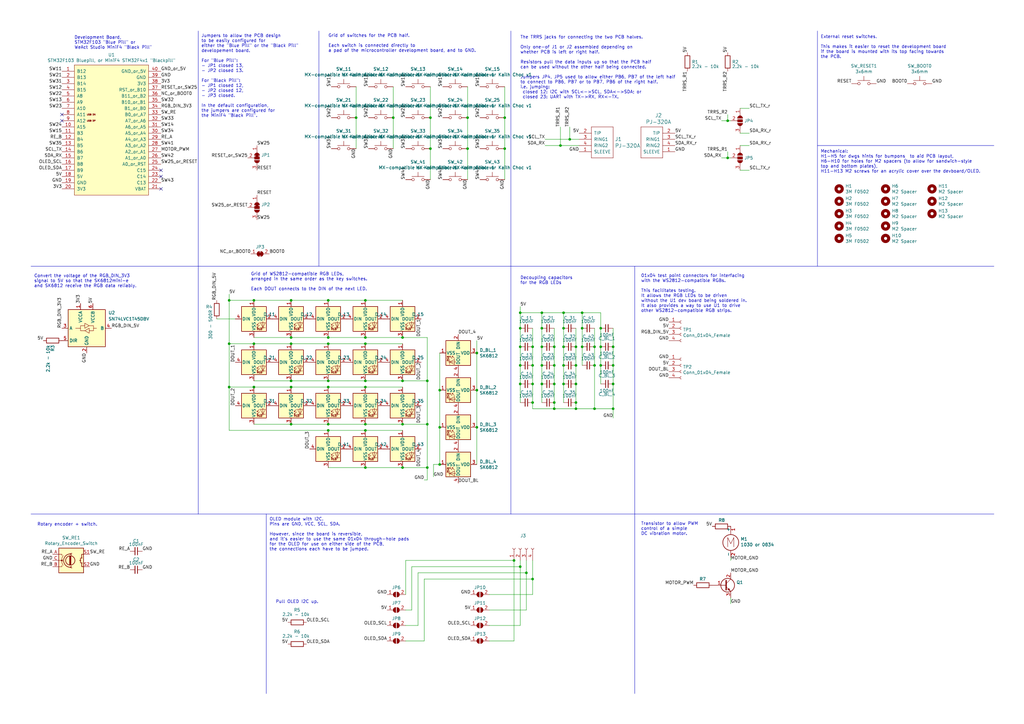
<source format=kicad_sch>
(kicad_sch (version 20250114) (generator "eeschema") (generator_version "9.0")
  (paper "A3")
  (title_block (title "Reversible Split Keyboard Half") (date "2021-05-21") (rev "2021.5") (company "Richard Goulter") (comment 1 "SK6812mini-e used for per-key RGBs. SK6812 for underglow.") (comment 2 "TRRS Jacks connected to UART or I2C.") (comment 3 "Switch \"matrix\" is a collection of switches, each directly connected to the controller.") (comment 4 "Split keyboard half for the WeAct Studio MiniF4 dev board."))
  (text "Rotary encoder + switch." (at 15.24 215.9 0) (effects (font (size 1.27 1.27)) (justify left bottom)))
  (text "Convert the voltage of the RGB_DIN_3V3\nsignal to 5V so that the SK6812mini-e\nand SK6812 receive the RGB data reliably." (at 13.97 118.11 0) (effects (font (size 1.27 1.27)) (justify left bottom)))
  (text "Grid of switches for the PCB half.\n\nEach switch is connected directly to\na pad of the microcontroller development board, and to GND." (at 134.62 21.59 0) (effects (font (size 1.27 1.27)) (justify left bottom)))
  (text "The TRRS jacks for connecting the two PCB halves.\n\nOnly one-of J1 or J2 assembled depending on\nwhether PCB is left or right half.\n\nResistors pull the data inputs up so that the PCB half\ncan be used without the other half being connected.\n\nJumpers JP4, JP5 used to allow either PB6, PB7 of the left half\nto connect to PB6, PB7 or to PB7, PB6 of the right half.\ni.e. jumping:\n closed 12: I2C with SCL<->SCL, SDA<->SDA; or\n closed 23: UART with TX->RX, RX<-TX." (at 213.36 40.64 0) (effects (font (size 1.27 1.27)) (justify left bottom)))
  (text "Decoupling capacitors\nfor the RGB LEDs" (at 213.36 116.84 0) (effects (font (size 1.27 1.27)) (justify left bottom)))
  (text "01x04 test point connectors for interfacing\nwith the WS2812-compatible RGBs.\n\nThis facilitates testing.\nIt allows the RGB LEDs to be driven\nwithout the U1 dev board being soldered in.\nIt also provides a way to use U1 to drive\nother WS2812-compatible RGB strips." (at 262.89 128.27 0) (effects (font (size 1.27 1.27)) (justify left bottom)))
  (text "Jumpers to allow the PCB design\nto be easily configured for\neither the \"Blue Pill\" or the \"Black Pill\"\ndevelopement board.\n\nFor \"Blue Pill\":\n- JP1 closed 13,\n- JP2 closed 13.\n\nFor \"Black Pill\":\n- JP1 closed 12,\n- JP2 closed 12,\n- JP3 closed.\n\nIn the default configuration,\nthe jumpers are configured for\nthe MiniF4 \"Black Pill\"." (at 82.55 48.26 0) (effects (font (size 1.27 1.27)) (justify left bottom)))
  (text "Grid of WS2812-compatible RGB LEDs,\narranged in the same order as the key switches.\n\nEach DOUT connects to the DIN of the next LED." (at 102.87 119.38 0) (effects (font (size 1.27 1.27)) (justify left bottom)))
  (text "Development Board,\nSTM32F103 \"Blue Pill\" or\nWeAct Studio MiniF4 \"Black Pill\"" (at 30.48 20.32 0) (effects (font (size 1.27 1.27)) (justify left bottom)))
  (text "Mechanical:\nH1-H5 for dwgs hints for bumpons  to aid PCB layout,\nH6-H10 for holes for M2 spacers (to allow for sandwich-style\ntop and bottom plates),\nH11-H13 M2 screws for an acrylic cover over the devboard/OLED." (at 336.55 71.12 0) (effects (font (size 1.27 1.27)) (justify left bottom)))
  (text "Transistor to allow PWM\ncontrol of a simple\nDC vibration motor." (at 262.89 219.71 0) (effects (font (size 1.27 1.27)) (justify left bottom)))
  (text "Pull OLED I2C up." (at 113.03 247.65 0) (effects (font (size 1.27 1.27)) (justify left bottom)))
  (text "OLED module with I2C.\nPins are GND, VCC, SCL, SDA.\n\nHowever, since the board is reversible,\nand it’s easier to use the same 01x04 through-hole pads\nfor the OLED for use on either side of the PCB,\nthe connections each have to be jumped." (at 110.49 226.06 0) (effects (font (size 1.27 1.27)) (justify left bottom)))
  (text "External reset switches.\n\nThis makes it easier to reset the development board\nif the board is mounted with its top facing towards\nthe PCB." (at 336.55 24.13 0) (effects (font (size 1.27 1.27)) (justify left bottom)))
  (junction (at 191.77 48.26))
  (junction (at 149.86 158.75))
  (junction (at 134.62 158.75))
  (junction (at 243.84 149.86))
  (junction (at 213.36 157.48))
  (junction (at 134.62 138.43))
  (junction (at 213.36 142.24))
  (junction (at 213.36 149.86))
  (junction (at 238.76 142.24))
  (junction (at 231.14 149.86))
  (junction (at 213.36 134.62))
  (junction (at 165.1 191.77))
  (junction (at 175.26 173.99))
  (junction (at 218.44 157.48))
  (junction (at 229.87 59.69))
  (junction (at 93.98 158.75))
  (junction (at 176.53 48.26))
  (junction (at 176.53 60.96))
  (junction (at 146.05 48.26))
  (junction (at 236.22 142.24))
  (junction (at 149.86 156.21))
  (junction (at 215.9 234.95))
  (junction (at 134.62 156.21))
  (junction (at 119.38 123.19))
  (junction (at 165.1 173.99))
  (junction (at 207.01 60.96))
  (junction (at 165.1 156.21))
  (junction (at 195.58 144.78))
  (junction (at 149.86 176.53))
  (junction (at 246.38 142.24))
  (junction (at 207.01 48.26))
  (junction (at 210.82 229.87))
  (junction (at 238.76 134.62))
  (junction (at 251.46 167.64))
  (junction (at 175.26 156.21))
  (junction (at 227.33 165.1))
  (junction (at 243.84 167.64))
  (junction (at 119.38 173.99))
  (junction (at 134.62 173.99))
  (junction (at 231.14 128.27))
  (junction (at 195.58 160.02))
  (junction (at 251.46 157.48))
  (junction (at 93.98 140.97))
  (junction (at 149.86 140.97))
  (junction (at 231.14 134.62))
  (junction (at 233.68 57.15))
  (junction (at 149.86 173.99))
  (junction (at 191.77 60.96))
  (junction (at 218.44 149.86))
  (junction (at 236.22 165.1))
  (junction (at 180.34 160.02))
  (junction (at 134.62 123.19))
  (junction (at 134.62 140.97))
  (junction (at 149.86 123.19))
  (junction (at 104.14 123.19))
  (junction (at 149.86 138.43))
  (junction (at 218.44 165.1))
  (junction (at 149.86 191.77))
  (junction (at 119.38 138.43))
  (junction (at 227.33 167.64))
  (junction (at 222.25 128.27))
  (junction (at 165.1 138.43))
  (junction (at 222.25 149.86))
  (junction (at 218.44 142.24))
  (junction (at 298.45 49.53))
  (junction (at 251.46 142.24))
  (junction (at 238.76 128.27))
  (junction (at 227.33 157.48))
  (junction (at 227.33 142.24))
  (junction (at 180.34 190.5))
  (junction (at 213.36 128.27))
  (junction (at 251.46 149.86))
  (junction (at 298.45 64.77))
  (junction (at 104.14 158.75))
  (junction (at 231.14 142.24))
  (junction (at 119.38 156.21))
  (junction (at 246.38 134.62))
  (junction (at 222.25 142.24))
  (junction (at 236.22 167.64))
  (junction (at 231.14 157.48))
  (junction (at 180.34 175.26))
  (junction (at 119.38 158.75))
  (junction (at 243.84 142.24))
  (junction (at 246.38 149.86))
  (junction (at 236.22 149.86))
  (junction (at 175.26 191.77))
  (junction (at 119.38 140.97))
  (junction (at 161.29 48.26))
  (junction (at 134.62 176.53))
  (junction (at 104.14 140.97))
  (junction (at 218.44 237.49))
  (junction (at 236.22 157.48))
  (junction (at 227.33 149.86))
  (junction (at 93.98 123.19))
  (junction (at 222.25 134.62))
  (junction (at 195.58 175.26))
  (junction (at 213.36 232.41))
  (junction (at 222.25 157.48))
  (no_connect (at 66.04 77.47))
  (no_connect (at 25.4 46.99))
  (no_connect (at 66.04 72.39))
  (no_connect (at 25.4 49.53))
  (no_connect (at 66.04 69.85))
  (wire (pts (xy 236.22 142.24) (xy 236.22 149.86)))
  (wire (pts (xy 246.38 134.62) (xy 246.38 128.27)))
  (wire (pts (xy 134.62 123.19) (xy 119.38 123.19)))
  (wire (pts (xy 149.86 176.53) (xy 134.62 176.53)))
  (wire (pts (xy 231.14 149.86) (xy 231.14 142.24)))
  (wire (pts (xy 233.68 57.15) (xy 233.68 52.07)))
  (wire (pts (xy 227.33 157.48) (xy 227.33 165.1)))
  (wire (pts (xy 227.33 149.86) (xy 227.33 157.48)))
  (wire (pts (xy 218.44 167.64) (xy 227.33 167.64)))
  (wire (pts (xy 175.26 138.43) (xy 175.26 156.21)))
  (wire (pts (xy 251.46 142.24) (xy 251.46 149.86)))
  (wire (pts (xy 165.1 176.53) (xy 149.86 176.53)))
  (polyline (pts (xy 407.67 59.69) (xy 335.28 59.69)))
  (wire (pts (xy 231.14 165.1) (xy 231.14 157.48)))
  (wire (pts (xy 231.14 128.27) (xy 222.25 128.27)))
  (wire (pts (xy 238.76 149.86) (xy 238.76 142.24)))
  (wire (pts (xy 175.26 173.99) (xy 175.26 191.77)))
  (wire (pts (xy 227.33 142.24) (xy 227.33 149.86)))
  (wire (pts (xy 88.9 130.81) (xy 96.52 130.81)))
  (wire (pts (xy 233.68 57.15) (xy 237.49 57.15)))
  (wire (pts (xy 243.84 142.24) (xy 243.84 149.86)))
  (wire (pts (xy 134.62 158.75) (xy 149.86 158.75)))
  (wire (pts (xy 173.99 262.89) (xy 166.37 262.89)))
  (wire (pts (xy 299.72 245.11) (xy 299.72 247.65)))
  (wire (pts (xy 165.1 191.77) (xy 175.26 191.77)))
  (wire (pts (xy 215.9 229.87) (xy 215.9 234.95)))
  (wire (pts (xy 173.99 237.49) (xy 173.99 262.89)))
  (wire (pts (xy 119.38 123.19) (xy 104.14 123.19)))
  (wire (pts (xy 161.29 60.96) (xy 161.29 48.26)))
  (wire (pts (xy 298.45 64.77) (xy 295.91 64.77)))
  (wire (pts (xy 213.36 125.73) (xy 213.36 128.27)))
  (wire (pts (xy 195.58 139.7) (xy 195.58 144.78)))
  (wire (pts (xy 236.22 157.48) (xy 236.22 165.1)))
  (wire (pts (xy 104.14 138.43) (xy 119.38 138.43)))
  (wire (pts (xy 246.38 128.27) (xy 238.76 128.27)))
  (wire (pts (xy 176.53 35.56) (xy 176.53 48.26)))
  (wire (pts (xy 222.25 165.1) (xy 222.25 157.48)))
  (wire (pts (xy 218.44 229.87) (xy 218.44 237.49)))
  (wire (pts (xy 175.26 191.77) (xy 175.26 196.85)))
  (wire (pts (xy 218.44 134.62) (xy 218.44 142.24)))
  (wire (pts (xy 213.36 165.1) (xy 213.36 157.48)))
  (wire (pts (xy 251.46 167.64) (xy 251.46 157.48)))
  (polyline (pts (xy 130.81 109.22) (xy 130.81 12.7)))
  (wire (pts (xy 134.62 173.99) (xy 119.38 173.99)))
  (wire (pts (xy 165.1 140.97) (xy 149.86 140.97)))
  (wire (pts (xy 171.45 234.95) (xy 171.45 256.54)))
  (wire (pts (xy 243.84 134.62) (xy 243.84 142.24)))
  (wire (pts (xy 195.58 144.78) (xy 195.58 160.02)))
  (wire (pts (xy 191.77 73.66) (xy 191.77 60.96)))
  (wire (pts (xy 180.34 175.26) (xy 180.34 190.5)))
  (wire (pts (xy 166.37 229.87) (xy 166.37 243.84)))
  (wire (pts (xy 231.14 134.62) (xy 231.14 128.27)))
  (wire (pts (xy 134.62 140.97) (xy 119.38 140.97)))
  (wire (pts (xy 213.36 157.48) (xy 213.36 149.86)))
  (wire (pts (xy 238.76 134.62) (xy 238.76 128.27)))
  (wire (pts (xy 236.22 134.62) (xy 236.22 142.24)))
  (wire (pts (xy 175.26 156.21) (xy 175.26 173.99)))
  (wire (pts (xy 222.25 142.24) (xy 222.25 134.62)))
  (wire (pts (xy 146.05 60.96) (xy 146.05 48.26)))
  (wire (pts (xy 238.76 142.24) (xy 238.76 134.62)))
  (wire (pts (xy 222.25 128.27) (xy 213.36 128.27)))
  (wire (pts (xy 229.87 59.69) (xy 229.87 52.07)))
  (wire (pts (xy 213.36 128.27) (xy 213.36 134.62)))
  (wire (pts (xy 180.34 144.78) (xy 180.34 160.02)))
  (wire (pts (xy 210.82 229.87) (xy 210.82 262.89)))
  (wire (pts (xy 161.29 48.26) (xy 161.29 35.56)))
  (wire (pts (xy 177.8 190.5) (xy 177.8 195.58)))
  (wire (pts (xy 149.86 173.99) (xy 165.1 173.99)))
  (wire (pts (xy 134.62 191.77) (xy 149.86 191.77)))
  (wire (pts (xy 149.86 138.43) (xy 165.1 138.43)))
  (wire (pts (xy 180.34 190.5) (xy 177.8 190.5)))
  (wire (pts (xy 195.58 175.26) (xy 195.58 190.5)))
  (wire (pts (xy 149.86 156.21) (xy 165.1 156.21)))
  (wire (pts (xy 119.38 140.97) (xy 104.14 140.97)))
  (wire (pts (xy 229.87 59.69) (xy 237.49 59.69)))
  (wire (pts (xy 303.53 59.69) (xy 307.34 59.69)))
  (wire (pts (xy 227.33 165.1) (xy 227.33 167.64)))
  (wire (pts (xy 215.9 250.19) (xy 200.66 250.19)))
  (wire (pts (xy 171.45 256.54) (xy 166.37 256.54)))
  (wire (pts (xy 303.53 69.85) (xy 307.34 69.85)))
  (wire (pts (xy 236.22 165.1) (xy 236.22 167.64)))
  (wire (pts (xy 104.14 158.75) (xy 93.98 158.75)))
  (wire (pts (xy 191.77 48.26) (xy 191.77 35.56)))
  (polyline (pts (xy 81.28 12.7) (xy 81.28 210.82)))
  (wire (pts (xy 298.45 49.53) (xy 295.91 49.53)))
  (wire (pts (xy 175.26 196.85) (xy 173.99 196.85)))
  (wire (pts (xy 246.38 157.48) (xy 246.38 149.86)))
  (wire (pts (xy 218.44 165.1) (xy 218.44 167.64)))
  (wire (pts (xy 218.44 157.48) (xy 218.44 165.1)))
  (polyline (pts (xy 12.7 210.82) (xy 407.67 210.82)))
  (wire (pts (xy 231.14 157.48) (xy 231.14 149.86)))
  (wire (pts (xy 299.72 64.77) (xy 298.45 64.77)))
  (wire (pts (xy 175.26 173.99) (xy 165.1 173.99)))
  (wire (pts (xy 222.25 149.86) (xy 222.25 142.24)))
  (wire (pts (xy 168.91 250.19) (xy 166.37 250.19)))
  (wire (pts (xy 104.14 173.99) (xy 119.38 173.99)))
  (wire (pts (xy 213.36 142.24) (xy 213.36 134.62)))
  (wire (pts (xy 213.36 232.41) (xy 168.91 232.41)))
  (wire (pts (xy 149.86 140.97) (xy 134.62 140.97)))
  (wire (pts (xy 93.98 176.53) (xy 93.98 158.75)))
  (wire (pts (xy 246.38 149.86) (xy 246.38 142.24)))
  (wire (pts (xy 227.33 134.62) (xy 227.33 142.24)))
  (wire (pts (xy 134.62 176.53) (xy 93.98 176.53)))
  (wire (pts (xy 238.76 128.27) (xy 231.14 128.27)))
  (wire (pts (xy 93.98 120.65) (xy 93.98 123.19)))
  (wire (pts (xy 215.9 234.95) (xy 171.45 234.95)))
  (wire (pts (xy 119.38 138.43) (xy 134.62 138.43)))
  (wire (pts (xy 119.38 156.21) (xy 134.62 156.21)))
  (wire (pts (xy 231.14 142.24) (xy 231.14 134.62)))
  (wire (pts (xy 146.05 35.56) (xy 146.05 48.26)))
  (wire (pts (xy 207.01 60.96) (xy 207.01 73.66)))
  (wire (pts (xy 210.82 262.89) (xy 200.66 262.89)))
  (wire (pts (xy 213.36 229.87) (xy 213.36 232.41)))
  (wire (pts (xy 195.58 160.02) (xy 195.58 175.26)))
  (wire (pts (xy 251.46 134.62) (xy 251.46 142.24)))
  (wire (pts (xy 210.82 229.87) (xy 166.37 229.87)))
  (wire (pts (xy 299.72 49.53) (xy 298.45 49.53)))
  (wire (pts (xy 93.98 140.97) (xy 93.98 123.19)))
  (wire (pts (xy 213.36 149.86) (xy 213.36 142.24)))
  (wire (pts (xy 168.91 232.41) (xy 168.91 250.19)))
  (wire (pts (xy 207.01 35.56) (xy 207.01 48.26)))
  (wire (pts (xy 222.25 134.62) (xy 222.25 128.27)))
  (wire (pts (xy 299.72 228.6) (xy 299.72 229.87)))
  (wire (pts (xy 165.1 138.43) (xy 175.26 138.43)))
  (wire (pts (xy 104.14 156.21) (xy 119.38 156.21)))
  (wire (pts (xy 236.22 167.64) (xy 243.84 167.64)))
  (wire (pts (xy 119.38 158.75) (xy 104.14 158.75)))
  (wire (pts (xy 298.45 46.99) (xy 298.45 49.53)))
  (wire (pts (xy 303.53 44.45) (xy 307.34 44.45)))
  (wire (pts (xy 223.52 59.69) (xy 229.87 59.69)))
  (wire (pts (xy 134.62 138.43) (xy 149.86 138.43)))
  (wire (pts (xy 176.53 60.96) (xy 176.53 48.26)))
  (wire (pts (xy 93.98 140.97) (xy 104.14 140.97)))
  (wire (pts (xy 176.53 60.96) (xy 176.53 73.66)))
  (polyline (pts (xy 109.22 284.48) (xy 109.22 210.82)))
  (polyline (pts (xy 209.55 12.7) (xy 209.55 210.82)))
  (wire (pts (xy 227.33 167.64) (xy 236.22 167.64)))
  (wire (pts (xy 165.1 158.75) (xy 149.86 158.75)))
  (wire (pts (xy 191.77 60.96) (xy 191.77 48.26)))
  (wire (pts (xy 298.45 62.23) (xy 298.45 64.77)))
  (wire (pts (xy 236.22 149.86) (xy 236.22 157.48)))
  (wire (pts (xy 180.34 160.02) (xy 180.34 175.26)))
  (wire (pts (xy 251.46 167.64) (xy 251.46 171.45)))
  (wire (pts (xy 251.46 149.86) (xy 251.46 157.48)))
  (wire (pts (xy 93.98 140.97) (xy 93.98 158.75)))
  (wire (pts (xy 134.62 173.99) (xy 149.86 173.99)))
  (polyline (pts (xy 260.35 109.22) (xy 260.35 284.48)))
  (wire (pts (xy 215.9 234.95) (xy 215.9 250.19)))
  (wire (pts (xy 213.36 256.54) (xy 200.66 256.54)))
  (wire (pts (xy 223.52 57.15) (xy 233.68 57.15)))
  (wire (pts (xy 149.86 191.77) (xy 165.1 191.77)))
  (wire (pts (xy 303.53 54.61) (xy 307.34 54.61)))
  (wire (pts (xy 165.1 123.19) (xy 149.86 123.19)))
  (wire (pts (xy 218.44 237.49) (xy 218.44 243.84)))
  (wire (pts (xy 134.62 156.21) (xy 149.86 156.21)))
  (polyline (pts (xy 335.28 109.22) (xy 335.28 12.7)))
  (wire (pts (xy 218.44 149.86) (xy 218.44 157.48)))
  (wire (pts (xy 243.84 149.86) (xy 243.84 167.64)))
  (wire (pts (xy 134.62 123.19) (xy 149.86 123.19)))
  (wire (pts (xy 165.1 156.21) (xy 175.26 156.21)))
  (wire (pts (xy 246.38 142.24) (xy 246.38 134.62)))
  (wire (pts (xy 213.36 232.41) (xy 213.36 256.54)))
  (wire (pts (xy 243.84 167.64) (xy 251.46 167.64)))
  (wire (pts (xy 218.44 243.84) (xy 200.66 243.84)))
  (wire (pts (xy 218.44 237.49) (xy 173.99 237.49)))
  (wire (pts (xy 134.62 158.75) (xy 119.38 158.75)))
  (wire (pts (xy 93.98 123.19) (xy 104.14 123.19)))
  (polyline (pts (xy 12.7 109.22) (xy 407.67 109.22)))
  (wire (pts (xy 207.01 48.26) (xy 207.01 60.96)))
  (wire (pts (xy 218.44 142.24) (xy 218.44 149.86)))
  (wire (pts (xy 222.25 157.48) (xy 222.25 149.86)))
  (label "RGB_DIN_5V" (at 45.72 134.62 0))
  (label "5V" (at 118.11 255.27 180))
  (label "SW22" (at 25.4 39.37 180))
  (label "GND" (at 58.42 226.06 0))
  (label "5V" (at 193.04 250.19 180))
  (label "SW43" (at 196.85 73.66 90))
  (label "SW21" (at 135.89 48.26 90))
  (label "SDA_RX" (at 25.4 64.77 180))
  (label "NC_or_BOOT0" (at 102.87 104.14 180))
  (label "SW42" (at 181.61 73.66 90))
  (label "SDA_RX" (at 295.91 64.77 180))
  (label "DOUT_4" (at 187.96 137.16 0))
  (label "5V" (at 213.36 125.73 0))
  (label "SW33" (at 166.37 60.96 90))
  (label "RE_A" (at 21.59 227.33 180))
  (label "DOUT_1" (at 96.52 148.59 90))
  (label "SW14" (at 181.61 35.56 90))
  (label "SCL_TX" (at 295.91 49.53 180))
  (label "SCL_TX_r" (at 307.34 69.85 0))
  (label "GND" (at 207.01 73.66 270))
  (label "SW12" (at 25.4 36.83 180))
  (label "RESET" (at 105.41 69.85 0))
  (label "5V" (at 38.1 124.46 90))
  (label "RE_A" (at 53.34 226.06 180))
  (label "DOUT_2" (at 172.72 148.59 270))
  (label "RESET_or_SW25" (at 101.6 64.77 180))
  (label "GND" (at 191.77 73.66 270))
  (label "GND" (at 251.46 171.45 180))
  (label "5V" (at 298.45 21.59 90))
  (label "GND" (at 299.72 247.65 0))
  (label "SDA_RX" (at 223.52 59.69 180))
  (label "SCL_TX_r" (at 276.86 57.15 0))
  (label "BOOT0" (at 110.49 104.14 0))
  (label "SW12" (at 151.13 35.56 90))
  (label "GND" (at 274.32 132.08 180))
  (label "RESET_or_SW25" (at 66.04 36.83 0))
  (label "RE_B" (at 25.4 57.15 180))
  (label "TRRS_R2" (at 233.68 52.07 90))
  (label "SDA_RX_r" (at 276.86 59.69 0))
  (label "SW41" (at 166.37 73.66 90))
  (label "TRRS_R1" (at 298.45 62.23 180))
  (label "NC_or_BOOT0" (at 66.04 39.37 0))
  (label "OLED_SDA" (at 158.75 262.89 180))
  (label "SCL_TX" (at 223.52 57.15 180))
  (label "SW25" (at 105.41 90.17 0))
  (label "5V" (at 237.49 54.61 180))
  (label "SW13" (at 25.4 41.91 180))
  (label "5V" (at 195.58 139.7 0))
  (label "SW31" (at 25.4 34.29 180))
  (label "GND" (at 382.27 34.29 0))
  (label "SW_RE" (at 36.83 227.33 0))
  (label "SDA_RX_r" (at 307.34 54.61 0))
  (label "SW24" (at 25.4 52.07 180))
  (label "GND" (at 146.05 60.96 270))
  (label "DOUT_1" (at 172.72 130.81 270))
  (label "MOTOR_GND" (at 299.72 229.87 0))
  (label "SW33" (at 66.04 49.53 0))
  (label "GND" (at 25.4 74.93 180))
  (label "GND" (at 35.56 144.78 270))
  (label "RGB_DIN_5V" (at 274.32 137.16 180))
  (label "SW43" (at 66.04 74.93 0))
  (label "DOUT_BL" (at 274.32 152.4 180))
  (label "5V" (at 93.98 120.65 0))
  (label "DOUT_BL" (at 187.96 198.12 0))
  (label "SW23" (at 166.37 48.26 90))
  (label "DOUT_2" (at 96.52 166.37 90))
  (label "SW23" (at 25.4 44.45 180))
  (label "BOOT0" (at 372.11 34.29 180))
  (label "GND" (at 237.49 62.23 180))
  (label "SW14" (at 66.04 52.07 0))
  (label "3V3" (at 25.4 77.47 180))
  (label "5V" (at 118.11 264.16 180))
  (label "SW34" (at 181.61 60.96 90))
  (label "DOUT_3" (at 127 184.15 90))
  (label "GND" (at 66.04 31.75 0))
  (label "SW25_or_RESET" (at 101.6 85.09 180))
  (label "TRRS_R2" (at 298.45 29.21 270))
  (label "SW11" (at 135.89 35.56 90))
  (label "5V" (at 274.32 134.62 180))
  (label "SW11" (at 25.4 29.21 180))
  (label "TRRS_R1" (at 229.87 52.07 90))
  (label "GND" (at 359.41 34.29 0))
  (label "GND" (at 21.59 229.87 180))
  (label "SW22" (at 151.13 48.26 90))
  (label "RE_A" (at 66.04 57.15 0))
  (label "5V" (at 274.32 149.86 180))
  (label "OLED_SCL" (at 158.75 256.54 180))
  (label "RGB_DIN_3V3" (at 25.4 134.62 90))
  (label "SW15" (at 25.4 54.61 180))
  (label "TRRS_R2" (at 298.45 46.99 180))
  (label "DOUT_3" (at 172.72 166.37 270))
  (label "SW42" (at 66.04 64.77 0))
  (label "5V" (at 276.86 54.61 0))
  (label "RESET" (at 105.41 80.01 0))
  (label "SW_RE" (at 66.04 46.99 0))
  (label "MOTOR_PWM" (at 66.04 62.23 0))
  (label "SW32" (at 151.13 60.96 90))
  (label "5V" (at 158.75 250.19 180))
  (label "SW35" (at 196.85 60.96 90))
  (label "OLED_SDA" (at 125.73 264.16 0))
  (label "5V" (at 17.78 139.7 180))
  (label "SW15" (at 196.85 35.56 90))
  (label "SW24" (at 181.61 48.26 90))
  (label "SW41" (at 66.04 59.69 0))
  (label "SW35" (at 25.4 59.69 180))
  (label "5V" (at 25.4 72.39 180))
  (label "SW25" (at 196.85 48.26 90))
  (label "SW21" (at 25.4 31.75 180))
  (label "SDA_RX_r" (at 307.34 59.69 0))
  (label "SCL_TX_r" (at 307.34 44.45 0))
  (label "5V" (at 292.1 215.9 180))
  (label "OLED_SCL" (at 25.4 67.31 180))
  (label "OLED_SCL" (at 193.04 256.54 180))
  (label "RESET" (at 349.25 34.29 180))
  (label "SCL_TX" (at 25.4 62.23 180))
  (label "MOTOR_GND" (at 299.72 234.95 0))
  (label "OLED_SDA" (at 193.04 262.89 180))
  (label "GND" (at 193.04 243.84 180))
  (label "GND" (at 173.99 196.85 180))
  (label "GND" (at 274.32 139.7 180))
  (label "GND" (at 158.75 243.84 180))
  (label "SW34" (at 66.04 54.61 0))
  (label "RE_B" (at 53.34 233.68 180))
  (label "RE_B" (at 21.59 232.41 180))
  (label "5V" (at 281.94 21.59 90))
  (label "RGB_DIN_3V3" (at 66.04 44.45 0))
  (label "3V3" (at 33.02 124.46 90))
  (label "SW25_or_RESET" (at 66.04 67.31 0))
  (label "SW13" (at 166.37 35.56 90))
  (label "GND" (at 161.29 60.96 270))
  (label "TRRS_R1" (at 281.94 29.21 270))
  (label "GND" (at 274.32 154.94 180))
  (label "GND" (at 58.42 233.68 0))
  (label "SW25" (at 105.41 59.69 0))
  (label "OLED_SDA" (at 25.4 69.85 180))
  (label "GND" (at 36.83 232.41 0))
  (label "GND_or_5V" (at 66.04 29.21 0))
  (label "OLED_SCL" (at 125.73 255.27 0))
  (label "GND" (at 177.8 195.58 0))
  (label "RGB_DIN_5V" (at 88.9 123.19 90))
  (label "SW31" (at 135.89 60.96 90))
  (label "GND" (at 274.32 147.32 180))
  (label "SW32" (at 66.04 41.91 0))
  (label "3V3" (at 66.04 34.29 0))
  (label "GND" (at 276.86 62.23 0))
  (label "DOUT_4" (at 172.72 184.15 270))
  (label "GND" (at 176.53 73.66 270))
  (label "MOTOR_PWM" (at 284.48 240.03 180))
  (symbol (lib_id "Switch:SW_Push") (at 140.97 35.56 0) (unit 1)
    (property "Reference" "SW_11" (at 140.97 28.321 0))
    (property "Value" "MX-compatible or Kailh Choc v1" (at 140.97 30.6324 0))
    (property "Footprint" "ProjectLocal:SW_MX_PG1350_reversible" (effects (hide yes)))
    (property "Description" "Mechanical Keyboard switches" (effects (hide yes)))
  )
  (symbol (lib_id "LED:WS2812B") (at 104.14 130.81 0) (unit 1)
    (property "Reference" "D_11" (at 112.8776 129.6416 0) (effects (justify right bottom)))
    (property "Value" "SK6812mini-e" (effects (hide yes)))
    (property "Footprint" "ProjectLocal:SK6812-MINI-E_Reversible" (effects (hide yes)))
    (property "Description" "RGB LED" (effects (hide yes)))
    (property "fit_field" "-basic" (effects (hide yes)))
    (property "Comment" "For Per-key RGB LEDs" (effects (hide yes)))
  )
  (symbol (lib_id "Device:R") (at 298.45 25.4 0) (unit 1)
    (property "Reference" "R2" (at 300.228 25.4 0) (effects (justify left)))
    (property "Value" "2.2k - 10k" (at 300.228 26.543 0) (effects (justify left top)))
    (property "Footprint" "ProjectLocal:Resistor-Hybrid_Reversible" (effects (hide yes)))
    (property "Description" "Resistor (1/4W through-hole, or 0805)" (effects (hide yes)))
    (property "Comment" "R3, for RGB LEDs. R5, R6 for OLED screen" (effects (hide yes)))
  )
  (symbol (lib_id "Device:R") (at 281.94 25.4 0) (unit 1)
    (property "Reference" "R1" (at 283.718 25.4 0) (effects (justify left)))
    (property "Value" "2.2k - 10k" (at 283.718 26.543 0) (effects (justify left top)))
    (property "Footprint" "ProjectLocal:Resistor-Hybrid_Reversible" (effects (hide yes)))
    (property "Description" "Resistor (1/4W through-hole, or 0805)" (effects (hide yes)))
    (property "Comment" "R3, for RGB LEDs. R5, R6 for OLED screen" (effects (hide yes)))
  )
  (symbol (lib_id "Switch:SW_Push") (at 140.97 48.26 0) (unit 1)
    (property "Reference" "SW_21" (at 140.97 41.021 0))
    (property "Value" "MX-compatible or Kailh Choc v1" (at 140.97 43.3324 0))
    (property "Footprint" "ProjectLocal:SW_MX_PG1350_reversible" (effects (hide yes)))
    (property "Description" "Mechanical Keyboard switches" (effects (hide yes)))
  )
  (symbol (lib_id "Switch:SW_Push") (at 140.97 60.96 0) (unit 1)
    (property "Reference" "SW_31" (at 140.97 53.721 0))
    (property "Value" "MX-compatible or Kailh Choc v1" (at 140.97 56.0324 0))
    (property "Footprint" "ProjectLocal:SW_MX_PG1350_reversible" (effects (hide yes)))
    (property "Description" "Mechanical Keyboard switches" (effects (hide yes)))
  )
  (symbol (lib_id "Switch:SW_Push") (at 156.21 35.56 0) (unit 1)
    (property "Reference" "SW_12" (at 156.21 28.321 0))
    (property "Value" "MX-compatible or Kailh Choc v1" (at 156.21 30.6324 0))
    (property "Footprint" "ProjectLocal:SW_MX_PG1350_reversible" (effects (hide yes)))
    (property "Description" "Mechanical Keyboard switches" (effects (hide yes)))
  )
  (symbol (lib_id "Switch:SW_Push") (at 171.45 35.56 0) (unit 1)
    (property "Reference" "SW_13" (at 171.45 28.321 0))
    (property "Value" "MX-compatible or Kailh Choc v1" (at 171.45 30.6324 0))
    (property "Footprint" "ProjectLocal:SW_MX_PG1350_reversible" (effects (hide yes)))
    (property "Description" "Mechanical Keyboard switches" (effects (hide yes)))
  )
  (symbol (lib_id "Switch:SW_Push") (at 186.69 35.56 0) (unit 1)
    (property "Reference" "SW_14" (at 186.69 28.321 0))
    (property "Value" "MX-compatible or Kailh Choc v1" (at 186.69 30.6324 0))
    (property "Footprint" "ProjectLocal:SW_MX_PG1350_reversible" (effects (hide yes)))
    (property "Description" "Mechanical Keyboard switches" (effects (hide yes)))
  )
  (symbol (lib_id "Switch:SW_Push") (at 201.93 35.56 0) (unit 1)
    (property "Reference" "SW_15" (at 201.93 28.321 0))
    (property "Value" "MX-compatible or Kailh Choc v1" (at 201.93 30.6324 0))
    (property "Footprint" "ProjectLocal:SW_MX_PG1350_reversible" (effects (hide yes)))
    (property "Description" "Mechanical Keyboard switches" (effects (hide yes)))
  )
  (symbol (lib_id "Switch:SW_Push") (at 201.93 48.26 0) (unit 1)
    (property "Reference" "SW_25" (at 201.93 41.021 0))
    (property "Value" "MX-compatible or Kailh Choc v1" (at 201.93 43.3324 0))
    (property "Footprint" "ProjectLocal:SW_MX_PG1350_reversible" (effects (hide yes)))
    (property "Description" "Mechanical Keyboard switches" (effects (hide yes)))
  )
  (symbol (lib_id "Switch:SW_Push") (at 201.93 60.96 0) (unit 1)
    (property "Reference" "SW_35" (at 201.93 53.721 0))
    (property "Value" "MX-compatible or Kailh Choc v1" (at 201.93 56.0324 0))
    (property "Footprint" "ProjectLocal:SW_MX_PG1350_reversible" (effects (hide yes)))
    (property "Description" "Mechanical Keyboard switches" (effects (hide yes)))
  )
  (symbol (lib_id "Switch:SW_Push") (at 201.93 73.66 0) (unit 1)
    (property "Reference" "SW_43" (at 201.93 66.421 0))
    (property "Value" "MX-compatible or Kailh Choc v1" (at 201.93 68.7324 0))
    (property "Footprint" "ProjectLocal:SW_MX_PG1350_reversible" (effects (hide yes)))
    (property "Description" "Mechanical Keyboard switches" (effects (hide yes)))
  )
  (symbol (lib_id "Switch:SW_Push") (at 186.69 73.66 0) (unit 1)
    (property "Reference" "SW_42" (at 186.69 66.421 0))
    (property "Value" "MX-compatible or Kailh Choc v1" (at 186.69 68.7324 0))
    (property "Footprint" "ProjectLocal:SW_MX_PG1350_reversible" (effects (hide yes)))
    (property "Description" "Mechanical Keyboard switches" (effects (hide yes)))
  )
  (symbol (lib_id "Switch:SW_Push") (at 171.45 73.66 0) (unit 1)
    (property "Reference" "SW_41" (at 171.45 66.421 0))
    (property "Value" "MX-compatible or Kailh Choc v1" (at 171.45 68.7324 0))
    (property "Footprint" "ProjectLocal:SW_MX_PG1350_reversible" (effects (hide yes)))
    (property "Description" "Mechanical Keyboard switches" (effects (hide yes)))
  )
  (symbol (lib_id "Switch:SW_Push") (at 186.69 48.26 0) (unit 1)
    (property "Reference" "SW_24" (at 186.69 41.021 0))
    (property "Value" "MX-compatible or Kailh Choc v1" (at 186.69 43.3324 0))
    (property "Footprint" "ProjectLocal:SW_MX_PG1350_reversible" (effects (hide yes)))
    (property "Description" "Mechanical Keyboard switches" (effects (hide yes)))
  )
  (symbol (lib_id "Switch:SW_Push") (at 171.45 48.26 0) (unit 1)
    (property "Reference" "SW_23" (at 171.45 41.021 0))
    (property "Value" "MX-compatible or Kailh Choc v1" (at 171.45 43.3324 0))
    (property "Footprint" "ProjectLocal:SW_MX_PG1350_reversible" (effects (hide yes)))
    (property "Description" "Mechanical Keyboard switches" (effects (hide yes)))
  )
  (symbol (lib_id "Switch:SW_Push") (at 156.21 48.26 0) (unit 1)
    (property "Reference" "SW_22" (at 156.21 41.021 0))
    (property "Value" "MX-compatible or Kailh Choc v1" (at 156.21 43.3324 0))
    (property "Footprint" "ProjectLocal:SW_MX_PG1350_reversible" (effects (hide yes)))
    (property "Description" "Mechanical Keyboard switches" (effects (hide yes)))
  )
  (symbol (lib_id "Switch:SW_Push") (at 156.21 60.96 0) (unit 1)
    (property "Reference" "SW_32" (at 156.21 53.721 0))
    (property "Value" "MX-compatible or Kailh Choc v1" (at 156.21 56.0324 0))
    (property "Footprint" "ProjectLocal:SW_MX_PG1350_reversible" (effects (hide yes)))
    (property "Description" "Mechanical Keyboard switches" (effects (hide yes)))
  )
  (symbol (lib_id "Switch:SW_Push") (at 171.45 60.96 0) (unit 1)
    (property "Reference" "SW_33" (at 171.45 53.721 0))
    (property "Value" "MX-compatible or Kailh Choc v1" (at 171.45 56.0324 0))
    (property "Footprint" "ProjectLocal:SW_MX_PG1350_reversible" (effects (hide yes)))
    (property "Description" "Mechanical Keyboard switches" (effects (hide yes)))
  )
  (symbol (lib_id "Switch:SW_Push") (at 186.69 60.96 0) (unit 1)
    (property "Reference" "SW_34" (at 186.69 53.721 0))
    (property "Value" "MX-compatible or Kailh Choc v1" (at 186.69 56.0324 0))
    (property "Footprint" "ProjectLocal:SW_MX_PG1350_reversible" (effects (hide yes)))
    (property "Description" "Mechanical Keyboard switches" (effects (hide yes)))
  )
  (symbol (lib_id "keebio:TRRS") (at 246.38 64.77 0) (unit 1)
    (property "Reference" "J1" (at 252.1712 57.0738 0) (effects (font (size 1.524 1.524)) (justify left)))
    (property "Value" "PJ-320A" (at 252.1712 59.7662 0) (effects (font (size 1.524 1.524)) (justify left)))
    (property "Footprint" "Keebio-Parts:TRRS-PJ-320A" (effects (hide yes)))
    (property "Description" "TRRS (4-pole) Jack" (effects (hide yes)))
  )
  (symbol (lib_id "keebio:TRRS") (at 267.97 64.77 0) (mirror y) (unit 1)
    (property "Reference" "J2" (at 270.0782 47.3202 0) (effects (font (size 1.524 1.524))))
    (property "Value" "PJ-320A" (at 270.0782 50.0126 0) (effects (font (size 1.524 1.524))))
    (property "Footprint" "Keebio-Parts:TRRS-PJ-320A" (effects (hide yes)))
    (property "Description" "TRRS (4-pole) Jack" (effects (hide yes)))
  )
  (symbol (lib_id "LED:WS2812B") (at 119.38 130.81 0) (unit 1)
    (property "Reference" "D_12" (at 128.1176 129.6416 0) (effects (justify right bottom)))
    (property "Value" "SK6812mini-e" (effects (hide yes)))
    (property "Footprint" "ProjectLocal:SK6812-MINI-E_Reversible" (effects (hide yes)))
    (property "Description" "RGB LED" (effects (hide yes)))
    (property "fit_field" "-basic" (effects (hide yes)))
    (property "Comment" "For Per-key RGB LEDs" (effects (hide yes)))
  )
  (symbol (lib_id "LED:WS2812B") (at 134.62 130.81 0) (unit 1)
    (property "Reference" "D_13" (at 143.3576 129.6416 0) (effects (justify right bottom)))
    (property "Value" "SK6812mini-e" (effects (hide yes)))
    (property "Footprint" "ProjectLocal:SK6812-MINI-E_Reversible" (effects (hide yes)))
    (property "Description" "RGB LED" (effects (hide yes)))
    (property "fit_field" "-basic" (effects (hide yes)))
    (property "Comment" "For Per-key RGB LEDs" (effects (hide yes)))
  )
  (symbol (lib_id "LED:WS2812B") (at 149.86 130.81 0) (unit 1)
    (property "Reference" "D_14" (at 158.5976 129.6416 0) (effects (justify right bottom)))
    (property "Value" "SK6812mini-e" (effects (hide yes)))
    (property "Footprint" "ProjectLocal:SK6812-MINI-E_Reversible" (effects (hide yes)))
    (property "Description" "RGB LED" (effects (hide yes)))
    (property "fit_field" "-basic" (effects (hide yes)))
    (property "Comment" "For Per-key RGB LEDs" (effects (hide yes)))
  )
  (symbol (lib_id "LED:WS2812B") (at 165.1 130.81 0) (unit 1)
    (property "Reference" "D_15" (at 173.8376 129.6416 0) (effects (justify right bottom)))
    (property "Value" "SK6812mini-e" (effects (hide yes)))
    (property "Footprint" "ProjectLocal:SK6812-MINI-E_Reversible" (effects (hide yes)))
    (property "Description" "RGB LED" (effects (hide yes)))
    (property "fit_field" "-basic" (effects (hide yes)))
    (property "Comment" "For Per-key RGB LEDs" (effects (hide yes)))
  )
  (symbol (lib_id "LED:WS2812B") (at 104.14 148.59 0) (unit 1)
    (property "Reference" "D_21" (at 112.8776 147.4216 0) (effects (justify right bottom)))
    (property "Value" "SK6812mini-e" (effects (hide yes)))
    (property "Footprint" "ProjectLocal:SK6812-MINI-E_Reversible" (effects (hide yes)))
    (property "Description" "RGB LED" (effects (hide yes)))
    (property "fit_field" "-basic" (effects (hide yes)))
    (property "Comment" "For Per-key RGB LEDs" (effects (hide yes)))
  )
  (symbol (lib_id "LED:WS2812B") (at 119.38 148.59 0) (unit 1)
    (property "Reference" "D_22" (at 128.1176 147.4216 0) (effects (justify right bottom)))
    (property "Value" "SK6812mini-e" (effects (hide yes)))
    (property "Footprint" "ProjectLocal:SK6812-MINI-E_Reversible" (effects (hide yes)))
    (property "Description" "RGB LED" (effects (hide yes)))
    (property "fit_field" "-basic" (effects (hide yes)))
    (property "Comment" "For Per-key RGB LEDs" (effects (hide yes)))
  )
  (symbol (lib_id "LED:WS2812B") (at 134.62 148.59 0) (unit 1)
    (property "Reference" "D_23" (at 143.3576 147.4216 0) (effects (justify right bottom)))
    (property "Value" "SK6812mini-e" (effects (hide yes)))
    (property "Footprint" "ProjectLocal:SK6812-MINI-E_Reversible" (effects (hide yes)))
    (property "Description" "RGB LED" (effects (hide yes)))
    (property "fit_field" "-basic" (effects (hide yes)))
    (property "Comment" "For Per-key RGB LEDs" (effects (hide yes)))
  )
  (symbol (lib_id "LED:WS2812B") (at 149.86 148.59 0) (unit 1)
    (property "Reference" "D_24" (at 158.5976 147.4216 0) (effects (justify right bottom)))
    (property "Value" "SK6812mini-e" (effects (hide yes)))
    (property "Footprint" "ProjectLocal:SK6812-MINI-E_Reversible" (effects (hide yes)))
    (property "Description" "RGB LED" (effects (hide yes)))
    (property "fit_field" "-basic" (effects (hide yes)))
    (property "Comment" "For Per-key RGB LEDs" (effects (hide yes)))
  )
  (symbol (lib_id "LED:WS2812B") (at 165.1 148.59 0) (unit 1)
    (property "Reference" "D_25" (at 173.8376 147.4216 0) (effects (justify right bottom)))
    (property "Value" "SK6812mini-e" (effects (hide yes)))
    (property "Footprint" "ProjectLocal:SK6812-MINI-E_Reversible" (effects (hide yes)))
    (property "Description" "RGB LED" (effects (hide yes)))
    (property "fit_field" "-basic" (effects (hide yes)))
    (property "Comment" "For Per-key RGB LEDs" (effects (hide yes)))
  )
  (symbol (lib_id "LED:WS2812B") (at 104.14 166.37 0) (unit 1)
    (property "Reference" "D_31" (at 112.8776 165.2016 0) (effects (justify right bottom)))
    (property "Value" "SK6812mini-e" (effects (hide yes)))
    (property "Footprint" "ProjectLocal:SK6812-MINI-E_Reversible" (effects (hide yes)))
    (property "Description" "RGB LED" (effects (hide yes)))
    (property "fit_field" "-basic" (effects (hide yes)))
    (property "Comment" "For Per-key RGB LEDs" (effects (hide yes)))
  )
  (symbol (lib_id "LED:WS2812B") (at 119.38 166.37 0) (unit 1)
    (property "Reference" "D_32" (at 128.1176 165.2016 0) (effects (justify right bottom)))
    (property "Value" "SK6812mini-e" (effects (hide yes)))
    (property "Footprint" "ProjectLocal:SK6812-MINI-E_Reversible" (effects (hide yes)))
    (property "Description" "RGB LED" (effects (hide yes)))
    (property "fit_field" "-basic" (effects (hide yes)))
    (property "Comment" "For Per-key RGB LEDs" (effects (hide yes)))
  )
  (symbol (lib_id "LED:WS2812B") (at 134.62 166.37 0) (unit 1)
    (property "Reference" "D_33" (at 143.3576 165.2016 0) (effects (justify right bottom)))
    (property "Value" "SK6812mini-e" (effects (hide yes)))
    (property "Footprint" "ProjectLocal:SK6812-MINI-E_Reversible" (effects (hide yes)))
    (property "Description" "RGB LED" (effects (hide yes)))
    (property "fit_field" "-basic" (effects (hide yes)))
    (property "Comment" "For Per-key RGB LEDs" (effects (hide yes)))
  )
  (symbol (lib_id "LED:WS2812B") (at 149.86 166.37 0) (unit 1)
    (property "Reference" "D_34" (at 158.5976 165.2016 0) (effects (justify right bottom)))
    (property "Value" "SK6812mini-e" (effects (hide yes)))
    (property "Footprint" "ProjectLocal:SK6812-MINI-E_Reversible" (effects (hide yes)))
    (property "Description" "RGB LED" (effects (hide yes)))
    (property "fit_field" "-basic" (effects (hide yes)))
    (property "Comment" "For Per-key RGB LEDs" (effects (hide yes)))
  )
  (symbol (lib_id "LED:WS2812B") (at 165.1 166.37 0) (unit 1)
    (property "Reference" "D_35" (at 173.8376 165.2016 0) (effects (justify right bottom)))
    (property "Value" "SK6812mini-e" (effects (hide yes)))
    (property "Footprint" "ProjectLocal:SK6812-MINI-E_Reversible" (effects (hide yes)))
    (property "Description" "RGB LED" (effects (hide yes)))
    (property "fit_field" "-basic" (effects (hide yes)))
    (property "Comment" "For Per-key RGB LEDs" (effects (hide yes)))
  )
  (symbol (lib_id "LED:WS2812B") (at 165.1 184.15 0) (unit 1)
    (property "Reference" "D_43" (at 173.8376 182.9816 0) (effects (justify right bottom)))
    (property "Value" "SK6812mini-e" (effects (hide yes)))
    (property "Footprint" "ProjectLocal:SK6812-MINI-E_Reversible" (effects (hide yes)))
    (property "Description" "RGB LED" (effects (hide yes)))
    (property "fit_field" "-basic" (effects (hide yes)))
    (property "Comment" "For Per-key RGB LEDs" (effects (hide yes)))
  )
  (symbol (lib_id "LED:WS2812B") (at 149.86 184.15 0) (unit 1)
    (property "Reference" "D_42" (at 158.5976 182.9816 0) (effects (justify right bottom)))
    (property "Value" "SK6812mini-e" (effects (hide yes)))
    (property "Footprint" "ProjectLocal:SK6812-MINI-E_Reversible" (effects (hide yes)))
    (property "Description" "RGB LED" (effects (hide yes)))
    (property "fit_field" "-basic" (effects (hide yes)))
    (property "Comment" "For Per-key RGB LEDs" (effects (hide yes)))
  )
  (symbol (lib_id "LED:WS2812B") (at 134.62 184.15 0) (unit 1)
    (property "Reference" "D_41" (at 143.3576 182.9816 0) (effects (justify right bottom)))
    (property "Value" "SK6812mini-e" (effects (hide yes)))
    (property "Footprint" "ProjectLocal:SK6812-MINI-E_Reversible" (effects (hide yes)))
    (property "Description" "RGB LED" (effects (hide yes)))
    (property "fit_field" "-basic" (effects (hide yes)))
    (property "Comment" "For Per-key RGB LEDs" (effects (hide yes)))
  )
  (symbol (lib_id "Mechanical:MountingHole") (at 344.17 77.47 0) (unit 1)
    (property "Reference" "H1" (at 346.71 76.3016 0) (effects (justify left)))
    (property "Value" "3M F0502" (at 346.71 78.613 0) (effects (justify left)))
    (property "Footprint" "ProjectLocal:Bumpon_3M_F0502" (effects (hide yes)))
    (property "Description" "Bumpons" (effects (hide yes)))
    (property "Comment" "Can be larger if using bottom plate" (effects (hide yes)))
  )
  (symbol (lib_id "Mechanical:MountingHole") (at 344.17 82.55 0) (unit 1)
    (property "Reference" "H2" (at 346.71 81.3816 0) (effects (justify left)))
    (property "Value" "3M F0502" (at 346.71 83.693 0) (effects (justify left)))
    (property "Footprint" "ProjectLocal:Bumpon_3M_F0502" (effects (hide yes)))
    (property "Description" "Bumpons" (effects (hide yes)))
    (property "Comment" "Can be larger if using bottom plate" (effects (hide yes)))
  )
  (symbol (lib_id "Mechanical:MountingHole") (at 344.17 87.63 0) (unit 1)
    (property "Reference" "H3" (at 346.71 86.4616 0) (effects (justify left)))
    (property "Value" "3M F0502" (at 346.71 88.773 0) (effects (justify left)))
    (property "Footprint" "ProjectLocal:Bumpon_3M_F0502" (effects (hide yes)))
    (property "Description" "Bumpons" (effects (hide yes)))
    (property "Comment" "Can be larger if using bottom plate" (effects (hide yes)))
  )
  (symbol (lib_id "Mechanical:MountingHole") (at 344.17 92.71 0) (unit 1)
    (property "Reference" "H4" (at 346.71 91.5416 0) (effects (justify left)))
    (property "Value" "3M F0502" (at 346.71 93.853 0) (effects (justify left)))
    (property "Footprint" "ProjectLocal:Bumpon_3M_F0502" (effects (hide yes)))
    (property "Description" "Bumpons" (effects (hide yes)))
    (property "Comment" "Can be larger if using bottom plate" (effects (hide yes)))
  )
  (symbol (lib_id "Mechanical:MountingHole") (at 344.17 97.79 0) (unit 1)
    (property "Reference" "H5" (at 346.71 96.6216 0) (effects (justify left)))
    (property "Value" "3M F0502" (at 346.71 98.933 0) (effects (justify left)))
    (property "Footprint" "ProjectLocal:Bumpon_3M_F0502" (effects (hide yes)))
    (property "Description" "Bumpons" (effects (hide yes)))
    (property "Comment" "Can be larger if using bottom plate" (effects (hide yes)))
  )
  (symbol (lib_id "Mechanical:MountingHole") (at 363.22 77.47 0) (unit 1)
    (property "Reference" "H6" (at 365.76 76.3016 0) (effects (justify left)))
    (property "Value" "M2 Spacer" (at 365.76 78.613 0) (effects (justify left)))
    (property "Footprint" "ProjectLocal:H_M2_Spacer_Hole" (effects (hide yes)))
    (property "Description" "Spacers" (effects (hide yes)))
    (property "Comment" "For spacing between switch plate and bottom plate. For MX switches: length 8mm. For Choc: length 5mm. Screws M2x5mm for MX (or M2x4mm for Choc)." (effects (hide yes)))
  )
  (symbol (lib_id "Mechanical:MountingHole") (at 363.22 82.55 0) (unit 1)
    (property "Reference" "H7" (at 365.76 81.3816 0) (effects (justify left)))
    (property "Value" "M2 Spacer" (at 365.76 83.693 0) (effects (justify left)))
    (property "Footprint" "ProjectLocal:H_M2_Spacer_Hole" (effects (hide yes)))
    (property "Description" "Spacers" (effects (hide yes)))
    (property "Comment" "For spacing between switch plate and bottom plate. For MX switches: length 8mm. For Choc: length 5mm. Screws M2x5mm for MX (or M2x4mm for Choc)." (effects (hide yes)))
  )
  (symbol (lib_id "Mechanical:MountingHole") (at 363.22 87.63 0) (unit 1)
    (property "Reference" "H8" (at 365.76 86.4616 0) (effects (justify left)))
    (property "Value" "M2 Spacer" (at 365.76 88.773 0) (effects (justify left)))
    (property "Footprint" "ProjectLocal:H_M2_Spacer_Hole" (effects (hide yes)))
    (property "Description" "Spacers" (effects (hide yes)))
    (property "Comment" "For spacing between switch plate and bottom plate. For MX switches: length 8mm. For Choc: length 5mm. Screws M2x5mm for MX (or M2x4mm for Choc)." (effects (hide yes)))
  )
  (symbol (lib_id "Mechanical:MountingHole") (at 363.22 92.71 0) (unit 1)
    (property "Reference" "H9" (at 365.76 91.5416 0) (effects (justify left)))
    (property "Value" "M2 Spacer" (at 365.76 93.853 0) (effects (justify left)))
    (property "Footprint" "ProjectLocal:H_M2_Spacer_Hole" (effects (hide yes)))
    (property "Description" "Spacers" (effects (hide yes)))
    (property "Comment" "For spacing between switch plate and bottom plate. For MX switches: length 8mm. For Choc: length 5mm. Screws M2x5mm for MX (or M2x4mm for Choc)." (effects (hide yes)))
  )
  (symbol (lib_id "Mechanical:MountingHole") (at 363.22 97.79 0) (unit 1)
    (property "Reference" "H10" (at 365.76 96.6216 0) (effects (justify left)))
    (property "Value" "M2 Spacer" (at 365.76 98.933 0) (effects (justify left)))
    (property "Footprint" "ProjectLocal:H_M2_Spacer_Hole" (effects (hide yes)))
    (property "Description" "Spacers" (effects (hide yes)))
    (property "Comment" "For spacing between switch plate and bottom plate. For MX switches: length 8mm. For Choc: length 5mm. Screws M2x5mm for MX (or M2x4mm for Choc)." (effects (hide yes)))
  )
  (symbol (lib_id "Device:C_Small") (at 215.9 134.62 270) (unit 1)
    (property "Reference" "C_11" (at 215.9 131.1402 90) (effects (justify bottom)))
    (property "Value" "100nF" (at 215.9 131.1148 90) (effects (justify top)))
    (property "Footprint" "ProjectLocal:C_0805_2012Metric_Pad1.18x1.45mm_HandSolder_Dual_Reversible" (effects (hide yes)))
    (property "Description" "Capacitor (Through-hole or 0805)" (effects (hide yes)))
    (property "fit_field" "-basic" (effects (hide yes)))
    (property "Comment" "For Per-key RGB LEDs" (effects (hide yes)))
  )
  (symbol (lib_id "Logic_LevelTranslator:SN74LVC1T45DBV") (at 35.56 134.62 0) (unit 1)
    (property "Reference" "U2" (at 44.45 128.27 0) (effects (justify left)))
    (property "Value" "SN74LVC1T45DBV" (at 44.45 130.81 0) (effects (justify left)))
    (property "Footprint" "ProjectLocal:SOT-23-6_Handsoldering_Reversible" (effects (hide yes)))
    (property "Datasheet" "http://www.ti.com/lit/ds/symlink/sn74lvc1t45.pdf" (effects (hide yes)))
    (property "Description" "SOT-23-6 Logic Level Shifter" (effects (hide yes)))
    (property "fit_field" "-basic" (effects (hide yes)))
    (property "Comment" "For RGB LEDs" (effects (hide yes)))
  )
  (symbol (lib_id "Device:R") (at 21.59 139.7 270) (unit 1)
    (property "Reference" "R3" (at 21.59 141.478 0) (effects (justify left)))
    (property "Value" "2.2k - 10k" (at 20.447 141.478 0) (effects (justify left top)))
    (property "Footprint" "ProjectLocal:Resistor-Hybrid_Reversible" (effects (hide yes)))
    (property "Description" "Resistor (1/4W through-hole, or 0805)" (effects (hide yes)))
    (property "fit_field" "-basic" (effects (hide yes)))
    (property "Comment" "R3, for RGB LEDs. R5, R6 for OLED screen" (effects (hide yes)))
  )
  (symbol (lib_id "LED:SK6812") (at 187.96 144.78 270) (unit 1)
    (property "Reference" "D_BL_1" (at 196.6976 143.6116 90) (effects (justify left)))
    (property "Value" "SK6812" (at 196.6976 145.923 90) (effects (justify left)))
    (property "Footprint" "ProjectLocal:LED_SK6812_PLCC4_5.0x5.0mm_P3.2mm_Reversible" (effects (hide yes)))
    (property "Datasheet" "https://cdn-shop.adafruit.com/product-files/1138/SK6812+LED+datasheet+.pdf" (effects (hide yes)))
    (property "Description" "RGB LED" (effects (hide yes)))
    (property "fit_field" "-basic" (effects (hide yes)))
    (property "Comment" "For underglow RGB LEDs" (effects (hide yes)))
  )
  (symbol (lib_id "LED:SK6812") (at 187.96 160.02 270) (unit 1)
    (property "Reference" "D_BL_2" (at 196.6976 158.8516 90) (effects (justify left)))
    (property "Value" "SK6812" (at 196.6976 161.163 90) (effects (justify left)))
    (property "Footprint" "ProjectLocal:LED_SK6812_PLCC4_5.0x5.0mm_P3.2mm_Reversible" (effects (hide yes)))
    (property "Datasheet" "https://cdn-shop.adafruit.com/product-files/1138/SK6812+LED+datasheet+.pdf" (effects (hide yes)))
    (property "Description" "RGB LED" (effects (hide yes)))
    (property "fit_field" "-basic" (effects (hide yes)))
    (property "Comment" "For underglow RGB LEDs" (effects (hide yes)))
  )
  (symbol (lib_id "LED:SK6812") (at 187.96 175.26 270) (unit 1)
    (property "Reference" "D_BL_3" (at 196.6976 174.0916 90) (effects (justify left)))
    (property "Value" "SK6812" (at 196.6976 176.403 90) (effects (justify left)))
    (property "Footprint" "ProjectLocal:LED_SK6812_PLCC4_5.0x5.0mm_P3.2mm_Reversible" (effects (hide yes)))
    (property "Datasheet" "https://cdn-shop.adafruit.com/product-files/1138/SK6812+LED+datasheet+.pdf" (effects (hide yes)))
    (property "Description" "RGB LED" (effects (hide yes)))
    (property "fit_field" "-basic" (effects (hide yes)))
    (property "Comment" "For underglow RGB LEDs" (effects (hide yes)))
  )
  (symbol (lib_id "LED:SK6812") (at 187.96 190.5 270) (unit 1)
    (property "Reference" "D_BL_4" (at 196.6976 189.3316 90) (effects (justify left)))
    (property "Value" "SK6812" (at 196.6976 191.643 90) (effects (justify left)))
    (property "Footprint" "ProjectLocal:LED_SK6812_PLCC4_5.0x5.0mm_P3.2mm_Reversible" (effects (hide yes)))
    (property "Datasheet" "https://cdn-shop.adafruit.com/product-files/1138/SK6812+LED+datasheet+.pdf" (effects (hide yes)))
    (property "Description" "RGB LED" (effects (hide yes)))
    (property "fit_field" "-basic" (effects (hide yes)))
    (property "Comment" "For underglow RGB LEDs" (effects (hide yes)))
  )
  (symbol (lib_id "Device:C_Small") (at 248.92 134.62 90) (unit 1)
    (property "Reference" "C_BL_1" (at 248.92 138.0998 90) (effects (justify bottom)))
    (property "Value" "100nF" (at 248.92 138.1252 90) (effects (justify top)))
    (property "Footprint" "ProjectLocal:C_0805_2012Metric_Pad1.18x1.45mm_HandSolder_Dual_Reversible" (effects (hide yes)))
    (property "Description" "Capacitor (Through-hole or 0805)" (effects (hide yes)))
    (property "fit_field" "-basic" (effects (hide yes)))
    (property "Comment" "For underglow RGB LEDs" (effects (hide yes)))
  )
  (symbol (lib_id "Device:C_Small") (at 248.92 142.24 90) (unit 1)
    (property "Reference" "C_BL_2" (at 248.92 145.7198 90) (effects (justify bottom)))
    (property "Value" "100nF" (at 248.92 145.7452 90) (effects (justify top)))
    (property "Footprint" "ProjectLocal:C_0805_2012Metric_Pad1.18x1.45mm_HandSolder_Dual_Reversible" (effects (hide yes)))
    (property "Description" "Capacitor (Through-hole or 0805)" (effects (hide yes)))
    (property "fit_field" "-basic" (effects (hide yes)))
    (property "Comment" "For underglow RGB LEDs" (effects (hide yes)))
  )
  (symbol (lib_id "Device:C_Small") (at 248.92 149.86 90) (unit 1)
    (property "Reference" "C_BL_3" (at 248.92 153.3398 90) (effects (justify bottom)))
    (property "Value" "100nF" (at 248.92 153.3652 90) (effects (justify top)))
    (property "Footprint" "ProjectLocal:C_0805_2012Metric_Pad1.18x1.45mm_HandSolder_Dual_Reversible" (effects (hide yes)))
    (property "Description" "Capacitor (Through-hole or 0805)" (effects (hide yes)))
    (property "fit_field" "-basic" (effects (hide yes)))
    (property "Comment" "For underglow RGB LEDs" (effects (hide yes)))
  )
  (symbol (lib_id "Device:C_Small") (at 248.92 157.48 90) (unit 1)
    (property "Reference" "C_BL_4" (at 248.92 160.9598 90) (effects (justify bottom)))
    (property "Value" "100nF" (at 248.92 160.9852 90) (effects (justify top)))
    (property "Footprint" "ProjectLocal:C_0805_2012Metric_Pad1.18x1.45mm_HandSolder_Dual_Reversible" (effects (hide yes)))
    (property "Description" "Capacitor (Through-hole or 0805)" (effects (hide yes)))
    (property "fit_field" "-basic" (effects (hide yes)))
    (property "Comment" "For underglow RGB LEDs" (effects (hide yes)))
  )
  (symbol (lib_id "Device:C_Small") (at 215.9 142.24 270) (unit 1)
    (property "Reference" "C_12" (at 215.9 138.7602 90) (effects (justify bottom)))
    (property "Value" "100nF" (at 215.9 138.7348 90) (effects (justify top)))
    (property "Footprint" "ProjectLocal:C_0805_2012Metric_Pad1.18x1.45mm_HandSolder_Dual_Reversible" (effects (hide yes)))
    (property "Description" "Capacitor (Through-hole or 0805)" (effects (hide yes)))
    (property "fit_field" "-basic" (effects (hide yes)))
    (property "Comment" "For Per-key RGB LEDs" (effects (hide yes)))
  )
  (symbol (lib_id "Device:C_Small") (at 215.9 149.86 270) (unit 1)
    (property "Reference" "C_13" (at 215.9 146.3802 90) (effects (justify bottom)))
    (property "Value" "100nF" (at 215.9 146.3548 90) (effects (justify top)))
    (property "Footprint" "ProjectLocal:C_0805_2012Metric_Pad1.18x1.45mm_HandSolder_Dual_Reversible" (effects (hide yes)))
    (property "Description" "Capacitor (Through-hole or 0805)" (effects (hide yes)))
    (property "fit_field" "-basic" (effects (hide yes)))
    (property "Comment" "For Per-key RGB LEDs" (effects (hide yes)))
  )
  (symbol (lib_id "Device:C_Small") (at 215.9 157.48 270) (unit 1)
    (property "Reference" "C_14" (at 215.9 154.0002 90) (effects (justify bottom)))
    (property "Value" "100nF" (at 215.9 153.9748 90) (effects (justify top)))
    (property "Footprint" "ProjectLocal:C_0805_2012Metric_Pad1.18x1.45mm_HandSolder_Dual_Reversible" (effects (hide yes)))
    (property "Description" "Capacitor (Through-hole or 0805)" (effects (hide yes)))
    (property "fit_field" "-basic" (effects (hide yes)))
    (property "Comment" "For Per-key RGB LEDs" (effects (hide yes)))
  )
  (symbol (lib_id "Device:C_Small") (at 215.9 165.1 270) (unit 1)
    (property "Reference" "C_15" (at 215.9 161.6202 90) (effects (justify bottom)))
    (property "Value" "100nF" (at 215.9 161.5948 90) (effects (justify top)))
    (property "Footprint" "ProjectLocal:C_0805_2012Metric_Pad1.18x1.45mm_HandSolder_Dual_Reversible" (effects (hide yes)))
    (property "Description" "Capacitor (Through-hole or 0805)" (effects (hide yes)))
    (property "fit_field" "-basic" (effects (hide yes)))
    (property "Comment" "For Per-key RGB LEDs" (effects (hide yes)))
  )
  (symbol (lib_id "Connector:Conn_01x04_Female") (at 279.4 134.62 0) (unit 1)
    (property "Reference" "TP1" (at 280.1112 135.2296 0) (effects (justify left)))
    (property "Value" "Conn_01x04_Female" (at 280.1112 137.541 0) (effects (justify left)))
    (property "Footprint" "Connector_PinHeader_2.54mm:PinHeader_1x04_P2.54mm_Vertical" (effects (hide yes)))
    (property "Description" "Testing Point" (effects (hide yes)))
  )
  (symbol (lib_id "Connector:Conn_01x04_Female") (at 279.4 149.86 0) (unit 1)
    (property "Reference" "TP2" (at 280.1112 150.4696 0) (effects (justify left)))
    (property "Value" "Conn_01x04_Female" (at 280.1112 152.781 0) (effects (justify left)))
    (property "Footprint" "Connector_PinHeader_2.54mm:PinHeader_1x04_P2.54mm_Vertical" (effects (hide yes)))
    (property "Description" "Testing Point" (effects (hide yes)))
  )
  (symbol (lib_id "Device:Rotary_Encoder_Switch") (at 29.21 229.87 0) (unit 1)
    (property "Reference" "SW_RE1" (at 29.21 220.5482 0))
    (property "Value" "Rotary_Encoder_Switch" (at 29.21 222.8596 0))
    (property "Footprint" "ProjectLocal:RotaryEncoder_Alps_EC11E-Switch_Vertical_H20mm_Reversible" (effects (hide yes)))
    (property "Description" "Rotary Encoder" (effects (hide yes)))
    (property "fit_field" "-basic" (effects (hide yes)))
    (property "Comment" "For Rotary Encoder" (effects (hide yes)))
  )
  (symbol (lib_id "Device:C_Small") (at 224.79 134.62 270) (unit 1)
    (property "Reference" "C_21" (at 224.79 131.1402 90) (effects (justify bottom)))
    (property "Value" "100nF" (at 224.79 131.1148 90) (effects (justify top)))
    (property "Footprint" "ProjectLocal:C_0805_2012Metric_Pad1.18x1.45mm_HandSolder_Dual_Reversible" (effects (hide yes)))
    (property "Description" "Capacitor (Through-hole or 0805)" (effects (hide yes)))
    (property "fit_field" "-basic" (effects (hide yes)))
    (property "Comment" "For Per-key RGB LEDs" (effects (hide yes)))
  )
  (symbol (lib_id "Connector:Conn_01x04_Female") (at 213.36 224.79 90) (unit 1)
    (property "Reference" "J3" (at 213.36 219.71 90) (effects (justify right)))
    (property "Value" "01x04 Female Header" (effects (hide yes)))
    (property "Footprint" "Connector_PinSocket_2.54mm:PinSocket_1x04_P2.54mm_Vertical" (effects (hide yes)))
    (property "Description" "Female Header" (effects (hide yes)))
    (property "fit_field" "-basic" (effects (hide yes)))
    (property "Comment" "For OLED screen" (effects (hide yes)))
  )
  (symbol (lib_id "Jumper:SolderJumper_2_Open") (at 162.56 243.84 0) (unit 1)
    (property "Reference" "JP6" (at 162.56 240.9698 0))
    (property "Value" "SolderJumper_2_Open" (effects (hide yes)))
    (property "Footprint" "Jumper:SolderJumper-2_P1.3mm_Open_Pad1.0x1.5mm" (effects (hide yes)))
    (property "Description" "Solder Jumper" (effects (hide yes)))
    (property "Comment" "Jump appropriate side for OLED screen" (effects (hide yes)))
  )
  (symbol (lib_id "Jumper:SolderJumper_2_Open") (at 162.56 250.19 0) (unit 1)
    (property "Reference" "JP7" (at 162.56 247.3198 0))
    (property "Value" "SolderJumper_2_Open" (effects (hide yes)))
    (property "Footprint" "Jumper:SolderJumper-2_P1.3mm_Open_Pad1.0x1.5mm" (effects (hide yes)))
    (property "Description" "Solder Jumper" (effects (hide yes)))
    (property "Comment" "Jump appropriate side for OLED screen" (effects (hide yes)))
  )
  (symbol (lib_id "Jumper:SolderJumper_2_Open") (at 162.56 256.54 0) (unit 1)
    (property "Reference" "JP8" (at 162.56 253.6698 0))
    (property "Value" "SolderJumper_2_Open" (effects (hide yes)))
    (property "Footprint" "Jumper:SolderJumper-2_P1.3mm_Open_Pad1.0x1.5mm" (effects (hide yes)))
    (property "Description" "Solder Jumper" (effects (hide yes)))
    (property "Comment" "Jump appropriate side for OLED screen" (effects (hide yes)))
  )
  (symbol (lib_id "Jumper:SolderJumper_2_Open") (at 162.56 262.89 0) (unit 1)
    (property "Reference" "JP9" (at 162.56 260.0198 0))
    (property "Value" "SolderJumper_2_Open" (effects (hide yes)))
    (property "Footprint" "Jumper:SolderJumper-2_P1.3mm_Open_Pad1.0x1.5mm" (effects (hide yes)))
    (property "Description" "Solder Jumper" (effects (hide yes)))
    (property "Comment" "Jump appropriate side for OLED screen" (effects (hide yes)))
  )
  (symbol (lib_id "Jumper:SolderJumper_2_Open") (at 196.85 243.84 0) (unit 1)
    (property "Reference" "JP10" (at 196.85 240.9698 0))
    (property "Value" "SolderJumper_2_Open" (effects (hide yes)))
    (property "Footprint" "Jumper:SolderJumper-2_P1.3mm_Open_Pad1.0x1.5mm" (effects (hide yes)))
    (property "Description" "Solder Jumper" (effects (hide yes)))
    (property "Comment" "Jump appropriate side for OLED screen" (effects (hide yes)))
  )
  (symbol (lib_id "Jumper:SolderJumper_2_Open") (at 196.85 250.19 0) (unit 1)
    (property "Reference" "JP11" (at 196.85 247.3198 0))
    (property "Value" "SolderJumper_2_Open" (effects (hide yes)))
    (property "Footprint" "Jumper:SolderJumper-2_P1.3mm_Open_Pad1.0x1.5mm" (effects (hide yes)))
    (property "Description" "Solder Jumper" (effects (hide yes)))
    (property "Comment" "Jump appropriate side for OLED screen" (effects (hide yes)))
  )
  (symbol (lib_id "Jumper:SolderJumper_2_Open") (at 196.85 256.54 0) (unit 1)
    (property "Reference" "JP12" (at 196.85 253.6698 0))
    (property "Value" "SolderJumper_2_Open" (effects (hide yes)))
    (property "Footprint" "Jumper:SolderJumper-2_P1.3mm_Open_Pad1.0x1.5mm" (effects (hide yes)))
    (property "Description" "Solder Jumper" (effects (hide yes)))
    (property "Comment" "Jump appropriate side for OLED screen" (effects (hide yes)))
  )
  (symbol (lib_id "Jumper:SolderJumper_2_Open") (at 196.85 262.89 0) (unit 1)
    (property "Reference" "JP13" (at 196.85 260.0198 0))
    (property "Value" "SolderJumper_2_Open" (effects (hide yes)))
    (property "Footprint" "Jumper:SolderJumper-2_P1.3mm_Open_Pad1.0x1.5mm" (effects (hide yes)))
    (property "Description" "Solder Jumper" (effects (hide yes)))
    (property "Comment" "Jump appropriate side for OLED screen" (effects (hide yes)))
  )
  (symbol (lib_id "Device:C_Small") (at 224.79 142.24 270) (unit 1)
    (property "Reference" "C_22" (at 224.79 138.7602 90) (effects (justify bottom)))
    (property "Value" "100nF" (at 224.79 138.7348 90) (effects (justify top)))
    (property "Footprint" "ProjectLocal:C_0805_2012Metric_Pad1.18x1.45mm_HandSolder_Dual_Reversible" (effects (hide yes)))
    (property "Description" "Capacitor (Through-hole or 0805)" (effects (hide yes)))
    (property "fit_field" "-basic" (effects (hide yes)))
    (property "Comment" "For Per-key RGB LEDs" (effects (hide yes)))
  )
  (symbol (lib_id "Device:C_Small") (at 224.79 149.86 270) (unit 1)
    (property "Reference" "C_23" (at 224.79 146.3802 90) (effects (justify bottom)))
    (property "Value" "100nF" (at 224.79 146.3548 90) (effects (justify top)))
    (property "Footprint" "ProjectLocal:C_0805_2012Metric_Pad1.18x1.45mm_HandSolder_Dual_Reversible" (effects (hide yes)))
    (property "Description" "Capacitor (Through-hole or 0805)" (effects (hide yes)))
    (property "fit_field" "-basic" (effects (hide yes)))
    (property "Comment" "For Per-key RGB LEDs" (effects (hide yes)))
  )
  (symbol (lib_id "Device:C_Small") (at 224.79 157.48 270) (unit 1)
    (property "Reference" "C_24" (at 224.79 154.0002 90) (effects (justify bottom)))
    (property "Value" "100nF" (at 224.79 153.9748 90) (effects (justify top)))
    (property "Footprint" "ProjectLocal:C_0805_2012Metric_Pad1.18x1.45mm_HandSolder_Dual_Reversible" (effects (hide yes)))
    (property "Description" "Capacitor (Through-hole or 0805)" (effects (hide yes)))
    (property "fit_field" "-basic" (effects (hide yes)))
    (property "Comment" "For Per-key RGB LEDs" (effects (hide yes)))
  )
  (symbol (lib_id "Device:C_Small") (at 224.79 165.1 270) (unit 1)
    (property "Reference" "C_25" (at 224.79 161.6202 90) (effects (justify bottom)))
    (property "Value" "100nF" (at 224.79 161.5948 90) (effects (justify top)))
    (property "Footprint" "ProjectLocal:C_0805_2012Metric_Pad1.18x1.45mm_HandSolder_Dual_Reversible" (effects (hide yes)))
    (property "Description" "Capacitor (Through-hole or 0805)" (effects (hide yes)))
    (property "fit_field" "-basic" (effects (hide yes)))
    (property "Comment" "For Per-key RGB LEDs" (effects (hide yes)))
  )
  (symbol (lib_id "Device:C_Small") (at 241.3 134.62 270) (unit 1)
    (property "Reference" "C_41" (at 241.3 131.1402 90) (effects (justify bottom)))
    (property "Value" "100nF" (at 241.3 131.1148 90) (effects (justify top)))
    (property "Footprint" "ProjectLocal:C_0805_2012Metric_Pad1.18x1.45mm_HandSolder_Dual_Reversible" (effects (hide yes)))
    (property "Description" "Capacitor (Through-hole or 0805)" (effects (hide yes)))
    (property "fit_field" "-basic" (effects (hide yes)))
    (property "Comment" "For Per-key RGB LEDs" (effects (hide yes)))
  )
  (symbol (lib_id "Device:C_Small") (at 233.68 142.24 270) (unit 1)
    (property "Reference" "C_32" (at 233.68 138.7602 90) (effects (justify bottom)))
    (property "Value" "100nF" (at 233.68 138.7348 90) (effects (justify top)))
    (property "Footprint" "ProjectLocal:C_0805_2012Metric_Pad1.18x1.45mm_HandSolder_Dual_Reversible" (effects (hide yes)))
    (property "Description" "Capacitor (Through-hole or 0805)" (effects (hide yes)))
    (property "fit_field" "-basic" (effects (hide yes)))
    (property "Comment" "For Per-key RGB LEDs" (effects (hide yes)))
  )
  (symbol (lib_id "Device:C_Small") (at 233.68 149.86 270) (unit 1)
    (property "Reference" "C_33" (at 233.68 146.3802 90) (effects (justify bottom)))
    (property "Value" "100nF" (at 233.68 146.3548 90) (effects (justify top)))
    (property "Footprint" "ProjectLocal:C_0805_2012Metric_Pad1.18x1.45mm_HandSolder_Dual_Reversible" (effects (hide yes)))
    (property "Description" "Capacitor (Through-hole or 0805)" (effects (hide yes)))
    (property "fit_field" "-basic" (effects (hide yes)))
    (property "Comment" "For Per-key RGB LEDs" (effects (hide yes)))
  )
  (symbol (lib_id "Device:C_Small") (at 233.68 157.48 270) (unit 1)
    (property "Reference" "C_34" (at 233.68 154.0002 90) (effects (justify bottom)))
    (property "Value" "100nF" (at 233.68 153.9748 90) (effects (justify top)))
    (property "Footprint" "ProjectLocal:C_0805_2012Metric_Pad1.18x1.45mm_HandSolder_Dual_Reversible" (effects (hide yes)))
    (property "Description" "Capacitor (Through-hole or 0805)" (effects (hide yes)))
    (property "fit_field" "-basic" (effects (hide yes)))
    (property "Comment" "For Per-key RGB LEDs" (effects (hide yes)))
  )
  (symbol (lib_id "Device:C_Small") (at 233.68 165.1 270) (unit 1)
    (property "Reference" "C_35" (at 233.68 161.6202 90) (effects (justify bottom)))
    (property "Value" "100nF" (at 233.68 161.5948 90) (effects (justify top)))
    (property "Footprint" "ProjectLocal:C_0805_2012Metric_Pad1.18x1.45mm_HandSolder_Dual_Reversible" (effects (hide yes)))
    (property "Description" "Capacitor (Through-hole or 0805)" (effects (hide yes)))
    (property "fit_field" "-basic" (effects (hide yes)))
    (property "Comment" "For Per-key RGB LEDs" (effects (hide yes)))
  )
  (symbol (lib_id "Device:C_Small") (at 241.3 142.24 270) (unit 1)
    (property "Reference" "C_42" (at 241.3 138.7602 90) (effects (justify bottom)))
    (property "Value" "100nF" (at 241.3 138.7348 90) (effects (justify top)))
    (property "Footprint" "ProjectLocal:C_0805_2012Metric_Pad1.18x1.45mm_HandSolder_Dual_Reversible" (effects (hide yes)))
    (property "Description" "Capacitor (Through-hole or 0805)" (effects (hide yes)))
    (property "fit_field" "-basic" (effects (hide yes)))
    (property "Comment" "For Per-key RGB LEDs" (effects (hide yes)))
  )
  (symbol (lib_id "Device:C_Small") (at 241.3 149.86 270) (unit 1)
    (property "Reference" "C_43" (at 241.3 146.3802 90) (effects (justify bottom)))
    (property "Value" "100nF" (at 241.3 146.3548 90) (effects (justify top)))
    (property "Footprint" "ProjectLocal:C_0805_2012Metric_Pad1.18x1.45mm_HandSolder_Dual_Reversible" (effects (hide yes)))
    (property "Description" "Capacitor (Through-hole or 0805)" (effects (hide yes)))
    (property "fit_field" "-basic" (effects (hide yes)))
    (property "Comment" "For Per-key RGB LEDs" (effects (hide yes)))
  )
  (symbol (lib_id "Device:R") (at 121.92 255.27 90) (unit 1)
    (property "Reference" "R5" (at 123.19 250.19 90) (effects (justify left)))
    (property "Value" "2.2k - 10k" (at 127 252.73 90) (effects (justify left top)))
    (property "Footprint" "ProjectLocal:Resistor-Hybrid_Reversible" (effects (hide yes)))
    (property "Description" "Resistor (1/4W through-hole, or 0805)" (effects (hide yes)))
    (property "fit_field" "-basic" (effects (hide yes)))
    (property "Comment" "R3, for RGB LEDs. R5, R6 for OLED screen" (effects (hide yes)))
  )
  (symbol (lib_id "Device:C_Small") (at 233.68 134.62 270) (unit 1)
    (property "Reference" "C_31" (at 233.68 131.1402 90) (effects (justify bottom)))
    (property "Value" "100nF" (at 233.68 131.1148 90) (effects (justify top)))
    (property "Footprint" "ProjectLocal:C_0805_2012Metric_Pad1.18x1.45mm_HandSolder_Dual_Reversible" (effects (hide yes)))
    (property "Description" "Capacitor (Through-hole or 0805)" (effects (hide yes)))
    (property "fit_field" "-basic" (effects (hide yes)))
    (property "Comment" "For Per-key RGB LEDs" (effects (hide yes)))
  )
  (symbol (lib_id "Device:R") (at 121.92 264.16 90) (unit 1)
    (property "Reference" "R6" (at 123.19 259.08 90) (effects (justify left)))
    (property "Value" "2.2k - 10k" (at 127 261.62 90) (effects (justify left top)))
    (property "Footprint" "ProjectLocal:Resistor-Hybrid_Reversible" (effects (hide yes)))
    (property "Description" "Resistor (1/4W through-hole, or 0805)" (effects (hide yes)))
    (property "fit_field" "-basic" (effects (hide yes)))
    (property "Comment" "R3, for RGB LEDs. R5, R6 for OLED screen" (effects (hide yes)))
  )
  (symbol (lib_id "Mechanical:MountingHole") (at 382.27 77.47 0) (unit 1)
    (property "Reference" "H11" (at 384.81 76.3016 0) (effects (justify left)))
    (property "Value" "M2 Spacer" (at 384.81 78.613 0) (effects (justify left)))
    (property "Footprint" "MountingHole:MountingHole_2.2mm_M2_ISO7380_Pad" (effects (hide yes)))
    (property "Description" "Spacers" (effects (hide yes)))
    (property "Comment" "For cover plate. Length 15mm if using OLED screen. Screws also required." (effects (hide yes)))
  )
  (symbol (lib_id "Mechanical:MountingHole") (at 382.27 82.55 0) (unit 1)
    (property "Reference" "H12" (at 384.81 81.3816 0) (effects (justify left)))
    (property "Value" "M2 Spacer" (at 384.81 83.693 0) (effects (justify left)))
    (property "Footprint" "MountingHole:MountingHole_2.2mm_M2_ISO7380_Pad" (effects (hide yes)))
    (property "Description" "Spacers" (effects (hide yes)))
    (property "Comment" "For cover plate. Length 15mm if using OLED screen. Screws also required." (effects (hide yes)))
  )
  (symbol (lib_id "Mechanical:MountingHole") (at 382.27 87.63 0) (unit 1)
    (property "Reference" "H13" (at 384.81 86.4616 0) (effects (justify left)))
    (property "Value" "M2 Spacer" (at 384.81 88.773 0) (effects (justify left)))
    (property "Footprint" "MountingHole:MountingHole_2.2mm_M2_ISO7380_Pad" (effects (hide yes)))
    (property "Description" "Spacers" (effects (hide yes)))
    (property "Comment" "For cover plate. Length 15mm if using OLED screen. Screws also required." (effects (hide yes)))
  )
  (symbol (lib_id "Device:C_Small") (at 55.88 226.06 270) (unit 1)
    (property "Reference" "C1" (at 55.88 222.5802 90) (effects (justify bottom)))
    (property "Value" "100nF" (at 55.88 222.5548 90) (effects (justify top)))
    (property "Footprint" "ProjectLocal:C_0805_2012Metric_Pad1.18x1.45mm_HandSolder_Dual_Reversible" (effects (hide yes)))
    (property "Description" "Capacitor (Through-hole or 0805)" (effects (hide yes)))
    (property "fit_field" "-basic" (effects (hide yes)))
    (property "Comment" "For Rotary Encoder" (effects (hide yes)))
  )
  (symbol (lib_id "Device:C_Small") (at 55.88 233.68 270) (unit 1)
    (property "Reference" "C2" (at 55.88 230.2002 90) (effects (justify bottom)))
    (property "Value" "100nF" (at 55.88 230.1748 90) (effects (justify top)))
    (property "Footprint" "ProjectLocal:C_0805_2012Metric_Pad1.18x1.45mm_HandSolder_Dual_Reversible" (effects (hide yes)))
    (property "Description" "Capacitor (Through-hole or 0805)" (effects (hide yes)))
    (property "fit_field" "-basic" (effects (hide yes)))
    (property "Comment" "For Rotary Encoder" (effects (hide yes)))
  )
  (symbol (lib_id "Switch:SW_Push") (at 354.33 34.29 0) (unit 1)
    (property "Reference" "SW_RESET1" (at 354.33 27.051 0))
    (property "Value" "3x6mm" (at 354.33 29.3624 0))
    (property "Footprint" "ProjectLocal:SW_Push_SPST_3x6mm_Reversible" (effects (hide yes)))
    (property "Description" "Tactile Switch" (effects (hide yes)))
  )
  (symbol (lib_id "Switch:SW_Push") (at 377.19 34.29 0) (unit 1)
    (property "Reference" "SW_BOOT0" (at 377.19 27.051 0))
    (property "Value" "3x6mm" (at 377.19 29.3624 0))
    (property "Footprint" "ProjectLocal:SW_Push_SPST_3x6mm_Reversible" (effects (hide yes)))
    (property "Description" "Tactile Switch" (effects (hide yes)))
  )
  (symbol (lib_id "Device:Q_NPN_BCE") (at 297.18 240.03 0) (unit 1)
    (property "Reference" "Q1" (at 302.0314 238.8616 0) (effects (justify left)))
    (property "Value" "MMSS8050-H-TP" (effects (hide yes)))
    (property "Footprint" "ProjectLocal:SOT-23_Handsoldering_Reversible" (effects (hide yes)))
    (property "Description" "NPN BJT transistor" (effects (hide yes)))
    (property "fit_field" "-basic" (effects (hide yes)))
    (property "Comment" "For vibration motor" (effects (hide yes)))
  )
  (symbol (lib_id "Device:R") (at 288.29 240.03 90) (unit 1)
    (property "Reference" "R7" (at 289.56 237.49 90) (effects (justify left)))
    (property "Value" "500R" (effects (hide yes)))
    (property "Footprint" "ProjectLocal:Resistor-Hybrid_Reversible" (effects (hide yes)))
    (property "Description" "Resistor (1/4W through-hole, or 0805)" (effects (hide yes)))
    (property "fit_field" "-basic" (effects (hide yes)))
    (property "Comment" "For vibration motor" (effects (hide yes)))
  )
  (symbol (lib_id "Motor:Motor_DC") (at 299.72 220.98 0) (unit 1)
    (property "Reference" "M1" (at 303.7332 221.0816 0) (effects (justify left)))
    (property "Value" "1030 or 0834" (at 303.7332 223.393 0) (effects (justify left)))
    (property "Footprint" "ProjectLocal:Mini_DC_Motor" (effects (hide yes)))
    (property "Description" "Small DC vibration motor" (effects (hide yes)))
    (property "fit_field" "-basic" (effects (hide yes)))
    (property "Comment" "For vibration motor" (effects (hide yes)))
  )
  (symbol (lib_id "Device:R") (at 295.91 215.9 270) (unit 1)
    (property "Reference" "R8" (at 294.64 213.36 90) (effects (justify left)))
    (property "Value" "500R" (effects (hide yes)))
    (property "Footprint" "ProjectLocal:Resistor-Hybrid_Reversible" (effects (hide yes)))
    (property "Description" "Resistor (1/4W through-hole, or 0805)" (effects (hide yes)))
    (property "fit_field" "-basic" (effects (hide yes)))
    (property "Comment" "For vibration motor" (effects (hide yes)))
  )
  (symbol (lib_id "Jumper:SolderJumper_2_Bridged") (at 106.68 104.14 0) (unit 1)
    (property "Reference" "JP3" (at 106.68 101.2698 0))
    (property "Value" "SolderJumper_2_Bridged" (effects (hide yes)))
    (property "Footprint" "Jumper:SolderJumper-2_P1.3mm_Bridged2Bar_RoundedPad1.0x1.5mm" (effects (hide yes)))
    (property "Description" "Solder Jumper" (effects (hide yes)))
    (property "Comment" "Jumped 12 by default. Cut trace for Bluepill" (effects (hide yes)))
  )
  (symbol (lib_id "Jumper:SolderJumper_3_Bridged12") (at 105.41 64.77 270) (unit 1)
    (property "Reference" "JP1" (at 107.1372 63.6016 90) (effects (justify left)))
    (property "Value" "SolderJumper_3_Bridged12" (effects (hide yes)))
    (property "Footprint" "Jumper:SolderJumper-3_P1.3mm_Bridged2Bar12_RoundedPad1.0x1.5mm_NumberLabels" (effects (hide yes)))
    (property "Description" "Solder Jumper" (effects (hide yes)))
    (property "Comment" "Jumped 12 by default. Cut trace & solder 23 for Bluepill" (effects (hide yes)))
  )
  (symbol (lib_id "Jumper:SolderJumper_3_Bridged12") (at 105.41 85.09 270) (unit 1)
    (property "Reference" "JP2" (at 107.1372 83.9216 90) (effects (justify left)))
    (property "Value" "SolderJumper_3_Bridged12" (effects (hide yes)))
    (property "Footprint" "Jumper:SolderJumper-3_P1.3mm_Bridged2Bar12_RoundedPad1.0x1.5mm_NumberLabels" (effects (hide yes)))
    (property "Description" "Solder Jumper" (effects (hide yes)))
    (property "Comment" "Jumped 12 by default. Cut trace & solder 23 for Bluepill" (effects (hide yes)))
  )
  (symbol (lib_id "Device:R") (at 88.9 127 0) (unit 1)
    (property "Reference" "R4" (at 87.122 125.8316 0) (effects (justify right)))
    (property "Value" "300 - 500R" (at 86.36 127 90) (effects (justify right)))
    (property "Footprint" "ProjectLocal:Resistor-Hybrid_Reversible" (effects (hide yes)))
    (property "Description" "Resistor (1/4W through-hole, or 0805)" (effects (hide yes)))
    (property "fit_field" "-basic" (effects (hide yes)))
    (property "Comment" "For RGB LEDs" (effects (hide yes)))
  )
  (symbol (lib_id "Jumper:SolderJumper_3_Open") (at 303.53 49.53 270) (unit 1)
    (property "Reference" "JP4" (at 305.2572 49.53 90) (effects (justify left)))
    (property "Value" "SolderJumper_3_Open" (effects (hide yes)))
    (property "Footprint" "Jumper:SolderJumper-3_P1.3mm_Open_Pad1.0x1.5mm_NumberLabels" (effects (hide yes)))
    (property "Description" "Solder Jumper" (effects (hide yes)))
    (property "Comment" "Solder depending on firmware's split transportation" (effects (hide yes)))
  )
  (symbol (lib_id "Jumper:SolderJumper_3_Open") (at 303.53 64.77 270) (unit 1)
    (property "Reference" "JP5" (at 305.2572 64.77 90) (effects (justify left)))
    (property "Value" "SolderJumper_3_Open" (effects (hide yes)))
    (property "Footprint" "Jumper:SolderJumper-3_P1.3mm_Open_Pad1.0x1.5mm_NumberLabels" (effects (hide yes)))
    (property "Description" "Solder Jumper" (effects (hide yes)))
    (property "Comment" "Solder depending on firmware's split transportation" (effects (hide yes)))
  )
  (symbol (lib_id "ProjectLocal:BluePill_or_MiniF4_DIP40") (at 45.72 52.07 0) (unit 1)
    (property "Reference" "U1" (at 45.72 22.479 0))
    (property "Value" "STM32F103 Bluepill, or MiniF4 STM32F4x1 \"Blackpill\"" (at 45.72 24.7904 0))
    (property "Footprint" "ProjectLocal:DIP40_Reversible_ZigZag" (effects (hide yes)))
    (property "Description" "DIP-40 STM32 Development Board" (effects (hide yes)))
    (property "Comment" "Ideally, use a DIP-40 socket with round pins, or cut down a SIP header with round pins" (effects (hide yes)))
  )
)
</source>
